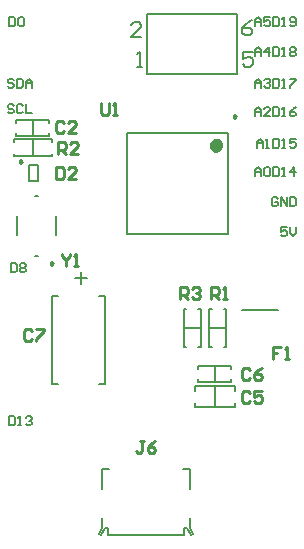
<source format=gto>
G04*
G04 #@! TF.GenerationSoftware,Altium Limited,Altium Designer,18.1.11 (251)*
G04*
G04 Layer_Color=65535*
%FSLAX25Y25*%
%MOIN*%
G70*
G01*
G75*
%ADD10C,0.00984*%
%ADD11C,0.02362*%
%ADD12C,0.00787*%
%ADD13C,0.00591*%
%ADD14C,0.00500*%
%ADD15C,0.00700*%
%ADD16C,0.00600*%
%ADD17C,0.01000*%
D10*
X189087Y462941D02*
X188348Y463367D01*
Y462515D01*
X189087Y462941D01*
X117633Y447799D02*
X116895Y448225D01*
Y447373D01*
X117633Y447799D01*
X127913Y413902D02*
X127175Y414328D01*
Y413475D01*
X127913Y413902D01*
D11*
X183476Y453295D02*
X183032Y454219D01*
X182033Y454447D01*
X181231Y453808D01*
Y452783D01*
X182033Y452144D01*
X183032Y452372D01*
X183476Y453295D01*
D12*
X191016Y398500D02*
X202984D01*
X152768Y457232D02*
X186232D01*
X152768Y423768D02*
X186232D01*
Y457232D01*
X152768Y423768D02*
Y457232D01*
X119956Y446657D02*
X123106D01*
X119956Y441343D02*
X123106D01*
X119956D02*
Y446657D01*
X123106Y441343D02*
Y446657D01*
X159500Y477000D02*
Y497000D01*
Y477000D02*
X189500D01*
Y497000D01*
X159500D02*
X189500D01*
X127642Y373600D02*
Y403127D01*
X145358Y373600D02*
Y403127D01*
X127642Y373600D02*
X129807D01*
X127642Y403127D02*
X129807D01*
X143193Y373600D02*
X145358D01*
X143193Y403127D02*
X145358D01*
X128996Y423350D02*
Y429650D01*
X121909Y436539D02*
X123091D01*
X121909Y416461D02*
X123091D01*
X116004Y423350D02*
Y429650D01*
D13*
X145469Y325768D02*
X146272D01*
Y323366D02*
Y325768D01*
X171783D02*
X172585D01*
X171783Y323366D02*
Y325768D01*
X146272Y323366D02*
X171783D01*
X143280Y323858D02*
X143968Y323366D01*
X145469Y325768D01*
X143280Y323858D02*
X144460Y325728D01*
X173594D02*
X174776Y323858D01*
X172585Y325768D02*
X174086Y323366D01*
X174776Y323858D01*
X144460Y338563D02*
Y345453D01*
Y325728D02*
Y329114D01*
X173594Y325728D02*
Y329114D01*
Y338563D02*
Y345453D01*
X144460D02*
X146823D01*
X171232D02*
X173594D01*
X187472Y378575D02*
Y379756D01*
X176449D02*
X187472D01*
X176449Y378575D02*
Y379756D01*
Y374244D02*
Y375425D01*
Y374244D02*
X187472D01*
Y375425D01*
X181961Y374244D02*
Y379756D01*
X182000Y365957D02*
Y373043D01*
X175307Y365957D02*
Y367532D01*
Y365957D02*
X188693D01*
Y367532D01*
Y371469D02*
Y373043D01*
X175307D02*
X188693D01*
X175307Y371469D02*
Y373043D01*
X115157Y449747D02*
Y450503D01*
Y449747D02*
X127756D01*
Y450503D01*
Y454503D02*
Y455259D01*
X115157D02*
X127756D01*
X115157Y454503D02*
Y455259D01*
X121457Y449747D02*
Y455259D01*
X115693Y456244D02*
Y457425D01*
Y456244D02*
X126717D01*
Y457425D01*
Y460575D02*
Y461756D01*
X115693D02*
X126717D01*
X115693Y460575D02*
Y461756D01*
X121205Y456244D02*
Y461756D01*
X176500Y386201D02*
X177256D01*
Y398799D01*
X176500D02*
X177256D01*
X171744D02*
X172500D01*
X171744Y386201D02*
Y398799D01*
Y386201D02*
X172500D01*
X171744Y392500D02*
X177256D01*
X180165Y392318D02*
X185677D01*
X180165Y386019D02*
X180921D01*
X180165D02*
Y398617D01*
X180921D01*
X184921D02*
X185677D01*
Y386019D02*
Y398617D01*
X184921Y386019D02*
X185677D01*
D14*
X113500Y362999D02*
Y360000D01*
X114999D01*
X115499Y360500D01*
Y362499D01*
X114999Y362999D01*
X113500D01*
X116499Y360000D02*
X117499D01*
X116999D01*
Y362999D01*
X116499Y362499D01*
X118998D02*
X119498Y362999D01*
X120498D01*
X120998Y362499D01*
Y361999D01*
X120498Y361500D01*
X119998D01*
X120498D01*
X120998Y361000D01*
Y360500D01*
X120498Y360000D01*
X119498D01*
X118998Y360500D01*
X114000Y413999D02*
Y411000D01*
X115499D01*
X115999Y411500D01*
Y413499D01*
X115499Y413999D01*
X114000D01*
X116999Y413499D02*
X117499Y413999D01*
X118499D01*
X118998Y413499D01*
Y412999D01*
X118499Y412500D01*
X118998Y412000D01*
Y411500D01*
X118499Y411000D01*
X117499D01*
X116999Y411500D01*
Y412000D01*
X117499Y412500D01*
X116999Y412999D01*
Y413499D01*
X117499Y412500D02*
X118499D01*
X114999Y466499D02*
X114499Y466999D01*
X113500D01*
X113000Y466499D01*
Y465999D01*
X113500Y465499D01*
X114499D01*
X114999Y465000D01*
Y464500D01*
X114499Y464000D01*
X113500D01*
X113000Y464500D01*
X117998Y466499D02*
X117499Y466999D01*
X116499D01*
X115999Y466499D01*
Y464500D01*
X116499Y464000D01*
X117499D01*
X117998Y464500D01*
X118998Y466999D02*
Y464000D01*
X120997D01*
X114999Y474999D02*
X114499Y475499D01*
X113500D01*
X113000Y474999D01*
Y474499D01*
X113500Y474000D01*
X114499D01*
X114999Y473500D01*
Y473000D01*
X114499Y472500D01*
X113500D01*
X113000Y473000D01*
X115999Y475499D02*
Y472500D01*
X117499D01*
X117998Y473000D01*
Y474999D01*
X117499Y475499D01*
X115999D01*
X118998Y472500D02*
Y474499D01*
X119998Y475499D01*
X120997Y474499D01*
Y472500D01*
Y474000D01*
X118998D01*
X113500Y495999D02*
Y493000D01*
X114999D01*
X115499Y493500D01*
Y495499D01*
X114999Y495999D01*
X113500D01*
X116499Y495499D02*
X116999Y495999D01*
X117999D01*
X118498Y495499D01*
Y493500D01*
X117999Y493000D01*
X116999D01*
X116499Y493500D01*
Y495499D01*
X205999Y425999D02*
X204000D01*
Y424500D01*
X205000Y424999D01*
X205500D01*
X205999Y424500D01*
Y423500D01*
X205500Y423000D01*
X204500D01*
X204000Y423500D01*
X206999Y425999D02*
Y424000D01*
X207999Y423000D01*
X208998Y424000D01*
Y425999D01*
X202999Y435499D02*
X202500Y435999D01*
X201500D01*
X201000Y435499D01*
Y433500D01*
X201500Y433000D01*
X202500D01*
X202999Y433500D01*
Y434500D01*
X202000D01*
X203999Y433000D02*
Y435999D01*
X205998Y433000D01*
Y435999D01*
X206998D02*
Y433000D01*
X208498D01*
X208997Y433500D01*
Y435499D01*
X208498Y435999D01*
X206998D01*
X195500Y443000D02*
Y444999D01*
X196500Y445999D01*
X197499Y444999D01*
Y443000D01*
Y444499D01*
X195500D01*
X198499Y445499D02*
X198999Y445999D01*
X199999D01*
X200498Y445499D01*
Y443500D01*
X199999Y443000D01*
X198999D01*
X198499Y443500D01*
Y445499D01*
X201498Y445999D02*
Y443000D01*
X202998D01*
X203497Y443500D01*
Y445499D01*
X202998Y445999D01*
X201498D01*
X204497Y443000D02*
X205497D01*
X204997D01*
Y445999D01*
X204497Y445499D01*
X208496Y443000D02*
Y445999D01*
X206996Y444499D01*
X208996D01*
X196000Y452500D02*
Y454499D01*
X197000Y455499D01*
X197999Y454499D01*
Y452500D01*
Y454000D01*
X196000D01*
X198999Y452500D02*
X199999D01*
X199499D01*
Y455499D01*
X198999Y454999D01*
X201498Y455499D02*
Y452500D01*
X202998D01*
X203498Y453000D01*
Y454999D01*
X202998Y455499D01*
X201498D01*
X204497Y452500D02*
X205497D01*
X204997D01*
Y455499D01*
X204497Y454999D01*
X208996Y455499D02*
X206996D01*
Y454000D01*
X207996Y454499D01*
X208496D01*
X208996Y454000D01*
Y453000D01*
X208496Y452500D01*
X207496D01*
X206996Y453000D01*
X195500Y463000D02*
Y464999D01*
X196500Y465999D01*
X197499Y464999D01*
Y463000D01*
Y464500D01*
X195500D01*
X200498Y463000D02*
X198499D01*
X200498Y464999D01*
Y465499D01*
X199999Y465999D01*
X198999D01*
X198499Y465499D01*
X201498Y465999D02*
Y463000D01*
X202998D01*
X203497Y463500D01*
Y465499D01*
X202998Y465999D01*
X201498D01*
X204497Y463000D02*
X205497D01*
X204997D01*
Y465999D01*
X204497Y465499D01*
X208996Y465999D02*
X207996Y465499D01*
X206996Y464500D01*
Y463500D01*
X207496Y463000D01*
X208496D01*
X208996Y463500D01*
Y464000D01*
X208496Y464500D01*
X206996D01*
X195500Y472500D02*
Y474499D01*
X196500Y475499D01*
X197499Y474499D01*
Y472500D01*
Y474000D01*
X195500D01*
X198499Y474999D02*
X198999Y475499D01*
X199999D01*
X200498Y474999D01*
Y474499D01*
X199999Y474000D01*
X199499D01*
X199999D01*
X200498Y473500D01*
Y473000D01*
X199999Y472500D01*
X198999D01*
X198499Y473000D01*
X201498Y475499D02*
Y472500D01*
X202998D01*
X203497Y473000D01*
Y474999D01*
X202998Y475499D01*
X201498D01*
X204497Y472500D02*
X205497D01*
X204997D01*
Y475499D01*
X204497Y474999D01*
X206996Y475499D02*
X208996D01*
Y474999D01*
X206996Y473000D01*
Y472500D01*
X195500Y483000D02*
Y484999D01*
X196500Y485999D01*
X197499Y484999D01*
Y483000D01*
Y484500D01*
X195500D01*
X199999Y483000D02*
Y485999D01*
X198499Y484500D01*
X200498D01*
X201498Y485999D02*
Y483000D01*
X202998D01*
X203497Y483500D01*
Y485499D01*
X202998Y485999D01*
X201498D01*
X204497Y483000D02*
X205497D01*
X204997D01*
Y485999D01*
X204497Y485499D01*
X206996D02*
X207496Y485999D01*
X208496D01*
X208996Y485499D01*
Y484999D01*
X208496Y484500D01*
X208996Y484000D01*
Y483500D01*
X208496Y483000D01*
X207496D01*
X206996Y483500D01*
Y484000D01*
X207496Y484500D01*
X206996Y484999D01*
Y485499D01*
X207496Y484500D02*
X208496D01*
X195500Y493000D02*
Y494999D01*
X196500Y495999D01*
X197499Y494999D01*
Y493000D01*
Y494499D01*
X195500D01*
X200498Y495999D02*
X198499D01*
Y494499D01*
X199499Y494999D01*
X199999D01*
X200498Y494499D01*
Y493500D01*
X199999Y493000D01*
X198999D01*
X198499Y493500D01*
X201498Y495999D02*
Y493000D01*
X202998D01*
X203497Y493500D01*
Y495499D01*
X202998Y495999D01*
X201498D01*
X204497Y493000D02*
X205497D01*
X204997D01*
Y495999D01*
X204497Y495499D01*
X206996Y493500D02*
X207496Y493000D01*
X208496D01*
X208996Y493500D01*
Y495499D01*
X208496Y495999D01*
X207496D01*
X206996Y495499D01*
Y494999D01*
X207496Y494499D01*
X208996D01*
D15*
X194643Y484518D02*
X191311D01*
Y482019D01*
X192977Y482852D01*
X193810D01*
X194643Y482019D01*
Y480353D01*
X193810Y479520D01*
X192144D01*
X191311Y480353D01*
X194348Y494998D02*
X192682Y494165D01*
X191016Y492499D01*
Y490833D01*
X191849Y490000D01*
X193515D01*
X194348Y490833D01*
Y491666D01*
X193515Y492499D01*
X191016D01*
X157478Y489362D02*
X154146D01*
X157478Y492695D01*
Y493528D01*
X156645Y494361D01*
X154979D01*
X154146Y493528D01*
X156114Y479520D02*
X157780D01*
X156947D01*
Y484518D01*
X156114Y483685D01*
D16*
X137396Y406888D02*
Y411001D01*
X139453Y408945D02*
X135339D01*
D17*
X204124Y385936D02*
X201500D01*
Y383968D01*
X202812D01*
X201500D01*
Y382000D01*
X205436D02*
X206748D01*
X206092D01*
Y385936D01*
X205436Y385280D01*
X131000Y416936D02*
Y416280D01*
X132312Y414968D01*
X133624Y416280D01*
Y416936D01*
X132312Y414968D02*
Y413000D01*
X134936D02*
X136248D01*
X135592D01*
Y416936D01*
X134936Y416280D01*
X158214Y354719D02*
X156902D01*
X157558D01*
Y351439D01*
X156902Y350783D01*
X156246D01*
X155590Y351439D01*
X162150Y354719D02*
X160838Y354063D01*
X159526Y352751D01*
Y351439D01*
X160182Y350783D01*
X161494D01*
X162150Y351439D01*
Y352095D01*
X161494Y352751D01*
X159526D01*
X143945Y467436D02*
Y464156D01*
X144601Y463500D01*
X145913D01*
X146569Y464156D01*
Y467436D01*
X147881Y463500D02*
X149193D01*
X148537D01*
Y467436D01*
X147881Y466780D01*
X170500Y402000D02*
Y405936D01*
X172468D01*
X173124Y405280D01*
Y403968D01*
X172468Y403312D01*
X170500D01*
X171812D02*
X173124Y402000D01*
X174436Y405280D02*
X175092Y405936D01*
X176404D01*
X177060Y405280D01*
Y404624D01*
X176404Y403968D01*
X175748D01*
X176404D01*
X177060Y403312D01*
Y402656D01*
X176404Y402000D01*
X175092D01*
X174436Y402656D01*
X129807Y450500D02*
Y454436D01*
X131775D01*
X132431Y453780D01*
Y452468D01*
X131775Y451812D01*
X129807D01*
X131119D02*
X132431Y450500D01*
X136367D02*
X133743D01*
X136367Y453124D01*
Y453780D01*
X135711Y454436D01*
X134399D01*
X133743Y453780D01*
X180821Y402075D02*
Y406010D01*
X182789D01*
X183445Y405354D01*
Y404042D01*
X182789Y403386D01*
X180821D01*
X182133D02*
X183445Y402075D01*
X184757D02*
X186069D01*
X185413D01*
Y406010D01*
X184757Y405354D01*
X129095Y445936D02*
Y442000D01*
X131062D01*
X131718Y442656D01*
Y445280D01*
X131062Y445936D01*
X129095D01*
X135654Y442000D02*
X133030D01*
X135654Y444624D01*
Y445280D01*
X134998Y445936D01*
X133686D01*
X133030Y445280D01*
X121124Y391280D02*
X120468Y391936D01*
X119156D01*
X118500Y391280D01*
Y388656D01*
X119156Y388000D01*
X120468D01*
X121124Y388656D01*
X122436Y391936D02*
X125060D01*
Y391280D01*
X122436Y388656D01*
Y388000D01*
X193624Y378280D02*
X192968Y378936D01*
X191656D01*
X191000Y378280D01*
Y375656D01*
X191656Y375000D01*
X192968D01*
X193624Y375656D01*
X197560Y378936D02*
X196248Y378280D01*
X194936Y376968D01*
Y375656D01*
X195592Y375000D01*
X196904D01*
X197560Y375656D01*
Y376312D01*
X196904Y376968D01*
X194936D01*
X193624Y370780D02*
X192968Y371436D01*
X191656D01*
X191000Y370780D01*
Y368156D01*
X191656Y367500D01*
X192968D01*
X193624Y368156D01*
X197560Y371436D02*
X194936D01*
Y369468D01*
X196248Y370124D01*
X196904D01*
X197560Y369468D01*
Y368156D01*
X196904Y367500D01*
X195592D01*
X194936Y368156D01*
X131718Y460705D02*
X131062Y461361D01*
X129750D01*
X129095Y460705D01*
Y458081D01*
X129750Y457425D01*
X131062D01*
X131718Y458081D01*
X135654Y457425D02*
X133030D01*
X135654Y460049D01*
Y460705D01*
X134998Y461361D01*
X133686D01*
X133030Y460705D01*
M02*

</source>
